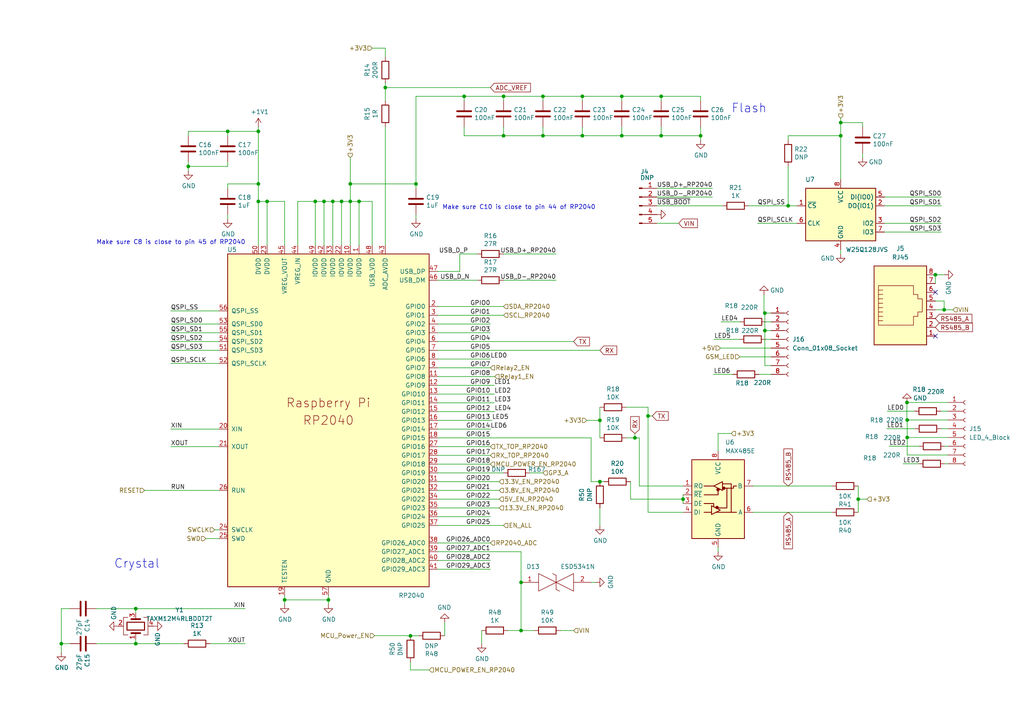
<source format=kicad_sch>
(kicad_sch (version 20230819) (generator eeschema)
  (paper "A4")
  (lib_symbols
    (symbol "Connector:Conn_01x05_Male" (pin_names (offset 1.016) hide)
      (property "Reference" "J" (at 0 7.62 0))
      (property "Value" "Conn_01x05_Male" (at 0 -7.62 0))
      (symbol "Conn_01x05_Male_1_1"
        (pin passive line (at 5.08 5.08 180) (length 3.81) (name "Pin_1") (number "1"))
        (pin passive line (at 5.08 2.54 180) (length 3.81) (name "Pin_2") (number "2"))
        (pin passive line (at 5.08 0 180) (length 3.81) (name "Pin_3") (number "3"))
        (pin passive line (at 5.08 -2.54 180) (length 3.81) (name "Pin_4") (number "4"))
        (pin passive line (at 5.08 -5.08 180) (length 3.81) (name "Pin_5") (number "5"))
      )
    )
    (symbol "Connector:Conn_01x08_Socket" (pin_names (offset 1.016) hide)
      (property "Reference" "J" (at 0 10.16 0))
      (property "Value" "Conn_01x08_Socket" (at 0 -12.7 0))
      (symbol "Conn_01x08_Socket_1_1"
        (pin passive line (at -5.08 7.62 0) (length 3.81) (name "Pin_1") (number "1"))
        (pin passive line (at -5.08 5.08 0) (length 3.81) (name "Pin_2") (number "2"))
        (pin passive line (at -5.08 2.54 0) (length 3.81) (name "Pin_3") (number "3"))
        (pin passive line (at -5.08 0 0) (length 3.81) (name "Pin_4") (number "4"))
        (pin passive line (at -5.08 -2.54 0) (length 3.81) (name "Pin_5") (number "5"))
        (pin passive line (at -5.08 -5.08 0) (length 3.81) (name "Pin_6") (number "6"))
        (pin passive line (at -5.08 -7.62 0) (length 3.81) (name "Pin_7") (number "7"))
        (pin passive line (at -5.08 -10.16 0) (length 3.81) (name "Pin_8") (number "8"))
      )
    )
    (symbol "Connector:RJ45" (pin_names (offset 1.016))
      (property "Reference" "J" (at -5.08 13.97 0))
      (property "Value" "RJ45" (at 2.54 13.97 0))
      (symbol "RJ45_1_1"
        (pin passive line (at 10.16 -7.62 180) (length 2.54) (name "~") (number "1"))
        (pin passive line (at 10.16 -5.08 180) (length 2.54) (name "~") (number "2"))
        (pin passive line (at 10.16 -2.54 180) (length 2.54) (name "~") (number "3"))
        (pin passive line (at 10.16 0 180) (length 2.54) (name "~") (number "4"))
        (pin passive line (at 10.16 2.54 180) (length 2.54) (name "~") (number "5"))
        (pin passive line (at 10.16 5.08 180) (length 2.54) (name "~") (number "6"))
        (pin passive line (at 10.16 7.62 180) (length 2.54) (name "~") (number "7"))
        (pin passive line (at 10.16 10.16 180) (length 2.54) (name "~") (number "8"))
      )
    )
    (symbol "Device:C" (pin_numbers hide) (pin_names (offset 0.254))
      (property "Reference" "C" (at 0.635 2.54 0))
      (property "Value" "C" (at 0.635 -2.54 0))
      (symbol "C_1_1"
        (pin passive line (at 0 3.81 270) (length 2.794) (name "~") (number "1"))
        (pin passive line (at 0 -3.81 90) (length 2.794) (name "~") (number "2"))
      )
    )
    (symbol "Device:Crystal_GND24" (pin_names (offset 1.016) hide)
      (property "Reference" "Y" (at 3.175 5.08 0))
      (property "Value" "Crystal_GND24" (at 3.175 3.175 0))
      (symbol "Crystal_GND24_1_1"
        (pin passive line (at -3.81 0 0) (length 1.27) (name "1") (number "1"))
        (pin passive line (at 0 5.08 270) (length 1.27) (name "2") (number "2"))
        (pin passive line (at 3.81 0 180) (length 1.27) (name "3") (number "3"))
        (pin passive line (at 0 -5.08 90) (length 1.27) (name "4") (number "4"))
      )
    )
    (symbol "Device:R" (pin_numbers hide) (pin_names (offset 0))
      (property "Reference" "R" (at 2.032 0 90))
      (property "Value" "R" (at 0 0 90))
      (symbol "R_1_1"
        (pin passive line (at 0 3.81 270) (length 1.27) (name "~") (number "1"))
        (pin passive line (at 0 -3.81 90) (length 1.27) (name "~") (number "2"))
      )
    )
    (symbol "Interface_UART:MAX485E"
      (property "Reference" "U" (at -6.096 11.43 0))
      (property "Value" "MAX485E" (at 0.762 11.43 0))
      (symbol "MAX485E_1_1"
        (pin output line (at -10.16 2.54 0) (length 2.54) (name "RO") (number "1"))
        (pin input line (at -10.16 0 0) (length 2.54) (name "~{RE}") (number "2"))
        (pin input line (at -10.16 -2.54 0) (length 2.54) (name "DE") (number "3"))
        (pin input line (at -10.16 -5.08 0) (length 2.54) (name "DI") (number "4"))
        (pin power_in line (at 0 -15.24 90) (length 2.54) (name "GND") (number "5"))
        (pin bidirectional line (at 10.16 -5.08 180) (length 2.54) (name "A") (number "6"))
        (pin bidirectional line (at 10.16 2.54 180) (length 2.54) (name "B") (number "7"))
        (pin power_in line (at 0 12.7 270) (length 2.54) (name "VCC") (number "8"))
      )
    )
    (symbol "MCU_RaspberryPi_RP2040:RP2040" (pin_names (offset 1.016))
      (property "Reference" "U" (at -29.21 49.53 0))
      (property "Value" "RP2040" (at 24.13 -49.53 0))
      (symbol "RP2040_0_0"
        (text "Raspberry Pi" (at 0 5.08 0) (effects (font (size 2.54 2.54))))
        (text "RP2040" (at 0 0 0) (effects (font (size 2.54 2.54))))
      )
      (symbol "RP2040_1_1"
        (pin power_in line (at 8.89 50.8 270) (length 2.54) (name "IOVDD") (number "1"))
        (pin power_in line (at 6.35 50.8 270) (length 2.54) (name "IOVDD") (number "10"))
        (pin bidirectional line (at 31.75 12.7 180) (length 2.54) (name "GPIO8") (number "11"))
        (pin bidirectional line (at 31.75 10.16 180) (length 2.54) (name "GPIO9") (number "12"))
        (pin bidirectional line (at 31.75 7.62 180) (length 2.54) (name "GPIO10") (number "13"))
        (pin bidirectional line (at 31.75 5.08 180) (length 2.54) (name "GPIO11") (number "14"))
        (pin bidirectional line (at 31.75 2.54 180) (length 2.54) (name "GPIO12") (number "15"))
        (pin bidirectional line (at 31.75 0 180) (length 2.54) (name "GPIO13") (number "16"))
        (pin bidirectional line (at 31.75 -2.54 180) (length 2.54) (name "GPIO14") (number "17"))
        (pin bidirectional line (at 31.75 -5.08 180) (length 2.54) (name "GPIO15") (number "18"))
        (pin passive line (at -12.7 -50.8 90) (length 2.54) (name "TESTEN") (number "19"))
        (pin bidirectional line (at 31.75 33.02 180) (length 2.54) (name "GPIO0") (number "2"))
        (pin input line (at -31.75 -2.54 0) (length 2.54) (name "XIN") (number "20"))
        (pin passive line (at -31.75 -7.62 0) (length 2.54) (name "XOUT") (number "21"))
        (pin power_in line (at 3.81 50.8 270) (length 2.54) (name "IOVDD") (number "22"))
        (pin power_in line (at -17.78 50.8 270) (length 2.54) (name "DVDD") (number "23"))
        (pin output line (at -31.75 -31.75 0) (length 2.54) (name "SWCLK") (number "24"))
        (pin bidirectional line (at -31.75 -34.29 0) (length 2.54) (name "SWD") (number "25"))
        (pin input line (at -31.75 -20.32 0) (length 2.54) (name "RUN") (number "26"))
        (pin bidirectional line (at 31.75 -7.62 180) (length 2.54) (name "GPIO16") (number "27"))
        (pin bidirectional line (at 31.75 -10.16 180) (length 2.54) (name "GPIO17") (number "28"))
        (pin bidirectional line (at 31.75 -12.7 180) (length 2.54) (name "GPIO18") (number "29"))
        (pin bidirectional line (at 31.75 30.48 180) (length 2.54) (name "GPIO1") (number "3"))
        (pin bidirectional line (at 31.75 -15.24 180) (length 2.54) (name "GPIO19") (number "30"))
        (pin bidirectional line (at 31.75 -17.78 180) (length 2.54) (name "GPIO20") (number "31"))
        (pin bidirectional line (at 31.75 -20.32 180) (length 2.54) (name "GPIO21") (number "32"))
        (pin power_in line (at 1.27 50.8 270) (length 2.54) (name "IOVDD") (number "33"))
        (pin bidirectional line (at 31.75 -22.86 180) (length 2.54) (name "GPIO22") (number "34"))
        (pin bidirectional line (at 31.75 -25.4 180) (length 2.54) (name "GPIO23") (number "35"))
        (pin bidirectional line (at 31.75 -27.94 180) (length 2.54) (name "GPIO24") (number "36"))
        (pin bidirectional line (at 31.75 -30.48 180) (length 2.54) (name "GPIO25") (number "37"))
        (pin bidirectional line (at 31.75 -35.56 180) (length 2.54) (name "GPIO26_ADC0") (number "38"))
        (pin bidirectional line (at 31.75 -38.1 180) (length 2.54) (name "GPIO27_ADC1") (number "39"))
        (pin bidirectional line (at 31.75 27.94 180) (length 2.54) (name "GPIO2") (number "4"))
        (pin bidirectional line (at 31.75 -40.64 180) (length 2.54) (name "GPIO28_ADC2") (number "40"))
        (pin bidirectional line (at 31.75 -43.18 180) (length 2.54) (name "GPIO29_ADC3") (number "41"))
        (pin power_in line (at -1.27 50.8 270) (length 2.54) (name "IOVDD") (number "42"))
        (pin power_in line (at 16.51 50.8 270) (length 2.54) (name "ADC_AVDD") (number "43"))
        (pin power_in line (at -8.89 50.8 270) (length 2.54) (name "VREG_IN") (number "44"))
        (pin power_out line (at -12.7 50.8 270) (length 2.54) (name "VREG_VOUT") (number "45"))
        (pin bidirectional line (at 31.75 40.64 180) (length 2.54) (name "USB_DM") (number "46"))
        (pin bidirectional line (at 31.75 43.18 180) (length 2.54) (name "USB_DP") (number "47"))
        (pin power_in line (at 12.7 50.8 270) (length 2.54) (name "USB_VDD") (number "48"))
        (pin power_in line (at -3.81 50.8 270) (length 2.54) (name "IOVDD") (number "49"))
        (pin bidirectional line (at 31.75 25.4 180) (length 2.54) (name "GPIO3") (number "5"))
        (pin power_in line (at -20.32 50.8 270) (length 2.54) (name "DVDD") (number "50"))
        (pin bidirectional line (at -31.75 20.32 0) (length 2.54) (name "QSPI_SD3") (number "51"))
        (pin output line (at -31.75 16.51 0) (length 2.54) (name "QSPI_SCLK") (number "52"))
        (pin bidirectional line (at -31.75 27.94 0) (length 2.54) (name "QSPI_SD0") (number "53"))
        (pin bidirectional line (at -31.75 22.86 0) (length 2.54) (name "QSPI_SD2") (number "54"))
        (pin bidirectional line (at -31.75 25.4 0) (length 2.54) (name "QSPI_SD1") (number "55"))
        (pin bidirectional line (at -31.75 31.75 0) (length 2.54) (name "QSPI_SS") (number "56"))
        (pin power_in line (at 0 -50.8 90) (length 2.54) (name "GND") (number "57"))
        (pin bidirectional line (at 31.75 22.86 180) (length 2.54) (name "GPIO4") (number "6"))
        (pin bidirectional line (at 31.75 20.32 180) (length 2.54) (name "GPIO5") (number "7"))
        (pin bidirectional line (at 31.75 17.78 180) (length 2.54) (name "GPIO6") (number "8"))
        (pin bidirectional line (at 31.75 15.24 180) (length 2.54) (name "GPIO7") (number "9"))
      )
    )
    (symbol "Memory_Flash:W25Q128JVS"
      (property "Reference" "U" (at -8.89 8.89 0))
      (property "Value" "W25Q128JVS" (at 7.62 8.89 0))
      (symbol "W25Q128JVS_1_1"
        (pin input line (at -12.7 2.54 0) (length 2.54) (name "~{CS}") (number "1"))
        (pin bidirectional line (at 12.7 2.54 180) (length 2.54) (name "DO(IO1)") (number "2"))
        (pin bidirectional line (at 12.7 -2.54 180) (length 2.54) (name "IO2") (number "3"))
        (pin power_in line (at 0 -10.16 90) (length 2.54) (name "GND") (number "4"))
        (pin bidirectional line (at 12.7 5.08 180) (length 2.54) (name "DI(IO0)") (number "5"))
        (pin input line (at -12.7 -2.54 0) (length 2.54) (name "CLK") (number "6"))
        (pin bidirectional line (at 12.7 -5.08 180) (length 2.54) (name "IO3") (number "7"))
        (pin power_in line (at 0 10.16 270) (length 2.54) (name "VCC") (number "8"))
      )
    )
    (symbol "SP0402B-ULC-01ETG:SP0402B-ULC-01ETG" (pin_names (offset 0.762))
      (property "Reference" "D" (at 12.7 8.89 0))
      (property "Value" "SP0402B-ULC-01ETG" (at 12.7 6.35 0))
      (symbol "SP0402B-ULC-01ETG_0_0"
        (pin passive line (at 0 0 0) (length 5.08) (name "~") (number "1"))
        (pin passive line (at 20.32 0 180) (length 5.08) (name "~") (number "2"))
      )
    )
    (symbol "power:+1V1" (power) (pin_names (offset 0))
      (property "Value" "+1V1" (at 0 3.556 0))
      (symbol "+1V1_1_1"
        (pin power_in line (at 0 0 90) (length 0) hide (name "+1V1") (number "1"))
      )
    )
    (symbol "power:GND" (power) (pin_names (offset 0))
      (property "Value" "GND" (at 0 -3.81 0))
      (symbol "GND_1_1"
        (pin power_in line (at 0 0 270) (length 0) hide (name "GND") (number "1"))
      )
    )
  )
  (junction (at 111.76 25.4))
  (junction (at 54.61 48.26))
  (junction (at 221.8396 90.8043))
  (junction (at 271.3007 79.6916))
  (junction (at 39.37 186.69))
  (junction (at 151.13 182.88))
  (junction (at 180.34 27.94))
  (junction (at 101.6 58.42))
  (junction (at 263.1254 126.8876))
  (junction (at 273.8407 89.8516))
  (junction (at 95.25 173.99))
  (junction (at 74.93 58.42))
  (junction (at 180.34 39.37))
  (junction (at 221.8396 95.8843))
  (junction (at 263.1254 121.8163))
  (junction (at 17.78 186.69))
  (junction (at 173.99 139.7))
  (junction (at 263.0568 116.7363))
  (junction (at 104.14 58.42))
  (junction (at 187.96 120.65))
  (junction (at 248.92 144.78))
  (junction (at 39.37 176.53))
  (junction (at 93.98 58.42))
  (junction (at 151.13 168.91))
  (junction (at 96.52 58.42))
  (junction (at 82.55 173.99))
  (junction (at 74.93 38.1))
  (junction (at 91.44 58.42))
  (junction (at 168.91 39.37))
  (junction (at 101.6 53.34))
  (junction (at 198.12 144.78))
  (junction (at 134.62 27.94))
  (junction (at 157.48 27.94))
  (junction (at 228.6 59.69))
  (junction (at 66.04 38.1))
  (junction (at 74.93 53.34))
  (junction (at 99.06 58.42))
  (junction (at 191.77 39.37))
  (junction (at 173.99 121.92))
  (junction (at 120.65 53.34))
  (junction (at 191.77 27.94))
  (junction (at 168.91 27.94))
  (junction (at 77.47 58.42))
  (junction (at 119.0481 184.4174))
  (junction (at 146.05 27.94))
  (junction (at 157.48 39.37))
  (junction (at 184.15 127))
  (junction (at 243.84 39.37))
  (junction (at 243.84 35.56))
  (junction (at 203.2 39.37))
  (junction (at 146.05 39.37))
  (no_connect (at 271.3007 97.4716))
  (no_connect (at 271.3007 84.7716))
  (wire (pts (xy 111.76 36.83) (xy 111.76 71.12)))
  (wire (pts (xy 49.53 124.46) (xy 63.5 124.46)))
  (wire (pts (xy 59.69 156.21) (xy 63.5 156.21)))
  (wire (pts (xy 191.77 39.37) (xy 203.2 39.37)))
  (wire (pts (xy 66.04 53.34) (xy 74.93 53.34)))
  (wire (pts (xy 127 160.02) (xy 151.13 160.02)))
  (wire (pts (xy 191.77 27.94) (xy 203.2 27.94)))
  (wire (pts (xy 143.1694 119.3787) (xy 143.1694 119.38)))
  (wire (pts (xy 101.6 58.42) (xy 104.14 58.42)))
  (wire (pts (xy 180.34 27.94) (xy 191.77 27.94)))
  (wire (pts (xy 142.24 114.3018) (xy 142.24 114.3)))
  (wire (pts (xy 143.4165 119.3774) (xy 143.4234 119.3787)))
  (wire (pts (xy 221.8396 90.8043) (xy 221.8396 95.8843)))
  (wire (pts (xy 142.24 109.2128) (xy 142.24 109.22)))
  (wire (pts (xy 82.55 173.99) (xy 95.25 173.99)))
  (wire (pts (xy 142.24 116.8403) (xy 142.24 116.84)))
  (wire (pts (xy 143.3631 116.8403) (xy 142.24 116.8403)))
  (wire (pts (xy 180.34 39.37) (xy 168.91 39.37)))
  (wire (pts (xy 127 149.86) (xy 142.24 149.86)))
  (wire (pts (xy 39.37 186.69) (xy 53.34 186.69)))
  (wire (pts (xy 142.6874 121.92) (xy 127 121.92)))
  (wire (pts (xy 191.77 29.21) (xy 191.77 27.94)))
  (wire (pts (xy 86.36 58.42) (xy 91.44 58.42)))
  (wire (pts (xy 108.6275 184.3647) (xy 118.11 184.3647)))
  (wire (pts (xy 146.05 27.94) (xy 157.48 27.94)))
  (wire (pts (xy 207.0067 108.5843) (xy 212.5516 108.5843)))
  (wire (pts (xy 54.61 46.99) (xy 54.61 48.26)))
  (wire (pts (xy 228.6 48.26) (xy 228.6 59.69)))
  (wire (pts (xy 127 142.24) (xy 144.78 142.24)))
  (wire (pts (xy 127 104.14) (xy 142.24 104.14)))
  (wire (pts (xy 95.25 173.99) (xy 95.25 175.26)))
  (wire (pts (xy 111.76 13.97) (xy 107.95 13.97)))
  (wire (pts (xy 271.3007 79.6916) (xy 271.3007 82.2316)))
  (wire (pts (xy 184.15 125.73) (xy 184.15 127)))
  (wire (pts (xy 272.8769 119.2612) (xy 274.3404 119.2612)))
  (wire (pts (xy 185.42 140.97) (xy 185.42 127)))
  (wire (pts (xy 127 106.68) (xy 142.24 106.68)))
  (wire (pts (xy 27.94 176.53) (xy 39.37 176.53)))
  (wire (pts (xy 120.65 27.94) (xy 120.65 53.34)))
  (wire (pts (xy 143.3159 111.7647) (xy 142.24 111.7647)))
  (wire (pts (xy 101.6 53.34) (xy 101.6 58.42)))
  (wire (pts (xy 153.67 137.16) (xy 157.48 137.16)))
  (wire (pts (xy 208.9282 100.9521) (xy 208.9282 100.9643)))
  (wire (pts (xy 274.9191 116.7276) (xy 265.8174 116.7276)))
  (wire (pts (xy 60.96 186.69) (xy 71.12 186.69)))
  (wire (pts (xy 274.137 129.4276) (xy 274.9191 129.4276)))
  (wire (pts (xy 127 96.52) (xy 142.24 96.52)))
  (wire (pts (xy 207.1393 98.4253) (xy 207.1393 98.4243)))
  (wire (pts (xy 93.98 58.42) (xy 96.52 58.42)))
  (wire (pts (xy 223.6347 95.8843) (xy 221.8396 95.8843)))
  (wire (pts (xy 212.09 125.73) (xy 208.28 125.73)))
  (wire (pts (xy 157.48 27.94) (xy 168.91 27.94)))
  (wire (pts (xy 248.92 144.78) (xy 248.92 148.59)))
  (wire (pts (xy 66.04 54.61) (xy 66.04 53.34)))
  (wire (pts (xy 74.93 53.34) (xy 74.93 58.42)))
  (wire (pts (xy 20.32 176.53) (xy 17.78 176.53)))
  (wire (pts (xy 273.8407 89.8516) (xy 271.3007 89.8516)))
  (wire (pts (xy 203.2 36.83) (xy 203.2 39.37)))
  (wire (pts (xy 99.06 71.12) (xy 99.06 58.42)))
  (wire (pts (xy 142.24 124.4539) (xy 142.24 124.46)))
  (wire (pts (xy 127 144.78) (xy 144.78 144.78)))
  (wire (pts (xy 263.0381 116.7363) (xy 263.0381 121.8163)))
  (wire (pts (xy 127 127) (xy 171.45 127)))
  (wire (pts (xy 180.34 29.21) (xy 180.34 27.94)))
  (wire (pts (xy 171.45 139.7) (xy 173.99 139.7)))
  (wire (pts (xy 146.05 39.37) (xy 134.62 39.37)))
  (wire (pts (xy 221.8396 95.8843) (xy 221.8396 106.0443)))
  (wire (pts (xy 118.11 184.3647) (xy 118.11 184.4174)))
  (wire (pts (xy 111.76 16.51) (xy 111.76 13.97)))
  (wire (pts (xy 221.8396 106.0443) (xy 223.6347 106.0443)))
  (wire (pts (xy 143.1694 119.38) (xy 127 119.38)))
  (wire (pts (xy 63.5 90.17) (xy 49.53 90.17)))
  (wire (pts (xy 274.9191 131.9676) (xy 263.1254 131.9676)))
  (wire (pts (xy 111.76 25.4) (xy 142.24 25.4)))
  (wire (pts (xy 207.0067 108.5876) (xy 207.0067 108.5843)))
  (wire (pts (xy 111.76 25.4) (xy 111.76 24.13)))
  (wire (pts (xy 198.12 144.78) (xy 198.12 146.05)))
  (wire (pts (xy 273.8407 89.8516) (xy 276.3807 89.8516)))
  (wire (pts (xy 222.2145 93.3443) (xy 223.6347 93.3443)))
  (wire (pts (xy 208.28 158.75) (xy 208.28 160.02)))
  (wire (pts (xy 209.4507 93.3443) (xy 214.5945 93.3443)))
  (wire (pts (xy 66.04 39.37) (xy 66.04 38.1)))
  (wire (pts (xy 77.47 58.42) (xy 74.93 58.42)))
  (wire (pts (xy 146.05 36.83) (xy 146.05 39.37)))
  (wire (pts (xy 49.53 96.52) (xy 63.5 96.52)))
  (wire (pts (xy 256.54 67.31) (xy 273.05 67.31)))
  (wire (pts (xy 203.2 39.37) (xy 203.2 40.64)))
  (wire (pts (xy 134.62 27.94) (xy 146.05 27.94)))
  (wire (pts (xy 127 81.28) (xy 138.43 81.28)))
  (wire (pts (xy 74.93 58.42) (xy 74.93 71.12)))
  (wire (pts (xy 274.3404 119.2676) (xy 274.9191 119.2676)))
  (wire (pts (xy 127 114.3) (xy 142.24 114.3)))
  (wire (pts (xy 127 162.56) (xy 142.24 162.56)))
  (wire (pts (xy 127 147.32) (xy 144.78 147.32)))
  (wire (pts (xy 180.34 36.83) (xy 180.34 39.37)))
  (wire (pts (xy 107.95 71.12) (xy 107.95 58.42)))
  (wire (pts (xy 134.62 27.94) (xy 120.65 27.94)))
  (wire (pts (xy 168.91 29.21) (xy 168.91 27.94)))
  (wire (pts (xy 146.05 73.66) (xy 161.29 73.66)))
  (wire (pts (xy 203.2 29.21) (xy 203.2 27.94)))
  (wire (pts (xy 221.586 85.4822) (xy 221.586 90.8043)))
  (wire (pts (xy 120.65 62.23) (xy 120.65 63.5)))
  (wire (pts (xy 101.6 53.34) (xy 101.6 45.72)))
  (wire (pts (xy 49.53 101.6) (xy 63.5 101.6)))
  (wire (pts (xy 218.44 140.97) (xy 241.3 140.97)))
  (wire (pts (xy 120.2138 184.4174) (xy 120.2138 184.3979)))
  (wire (pts (xy 184.15 127) (xy 181.61 127)))
  (wire (pts (xy 77.47 71.12) (xy 77.47 58.42)))
  (wire (pts (xy 209.55 59.69) (xy 190.5 59.69)))
  (wire (pts (xy 20.32 186.69) (xy 17.78 186.69)))
  (wire (pts (xy 120.2138 184.3979) (xy 121.3665 184.3979)))
  (wire (pts (xy 127 99.06) (xy 166.37 99.06)))
  (wire (pts (xy 49.53 99.06) (xy 63.5 99.06)))
  (wire (pts (xy 127 91.44) (xy 146.05 91.44)))
  (wire (pts (xy 166.37 182.88) (xy 162.56 182.88)))
  (wire (pts (xy 127 88.9) (xy 146.05 88.9)))
  (wire (pts (xy 82.55 71.12) (xy 82.55 58.42)))
  (wire (pts (xy 208.9282 100.9643) (xy 223.6347 100.9643)))
  (wire (pts (xy 101.6 53.34) (xy 120.65 53.34)))
  (wire (pts (xy 191.77 36.83) (xy 191.77 39.37)))
  (wire (pts (xy 223.6347 90.8043) (xy 221.8396 90.8043)))
  (wire (pts (xy 228.6 39.37) (xy 243.84 39.37)))
  (wire (pts (xy 187.96 120.65) (xy 189.23 120.65)))
  (wire (pts (xy 173.99 121.92) (xy 173.99 127)))
  (wire (pts (xy 265.8174 116.7363) (xy 263.0568 116.7363)))
  (wire (pts (xy 147.32 182.88) (xy 151.13 182.88)))
  (wire (pts (xy 214.5582 103.477) (xy 214.5582 103.5043)))
  (wire (pts (xy 104.14 58.42) (xy 104.14 71.12)))
  (wire (pts (xy 217.17 59.69) (xy 228.6 59.69)))
  (wire (pts (xy 263.1254 121.8163) (xy 263.1254 126.8876)))
  (wire (pts (xy 63.5 129.54) (xy 49.53 129.54)))
  (wire (pts (xy 257.3361 119.2612) (xy 265.2569 119.2612)))
  (wire (pts (xy 104.14 58.42) (xy 107.95 58.42)))
  (wire (pts (xy 190.5 54.61) (xy 206.6838 54.61)))
  (wire (pts (xy 111.76 25.4) (xy 111.76 29.21)))
  (wire (pts (xy 263.0568 116.7363) (xy 263.0381 116.7363)))
  (wire (pts (xy 86.36 71.12) (xy 86.36 58.42)))
  (wire (pts (xy 74.93 36.83) (xy 74.93 38.1)))
  (wire (pts (xy 142.24 111.7647) (xy 142.24 111.76)))
  (wire (pts (xy 198.12 140.97) (xy 185.42 140.97)))
  (wire (pts (xy 243.84 39.37) (xy 243.84 52.07)))
  (wire (pts (xy 172.72 168.91) (xy 171.45 168.91)))
  (wire (pts (xy 127 116.84) (xy 142.24 116.84)))
  (wire (pts (xy 54.61 48.26) (xy 54.61 49.53)))
  (wire (pts (xy 187.96 120.65) (xy 187.96 118.11)))
  (wire (pts (xy 74.93 38.1) (xy 74.93 53.34)))
  (wire (pts (xy 187.96 118.11) (xy 181.61 118.11)))
  (wire (pts (xy 272.9551 124.3476) (xy 274.9191 124.3476)))
  (wire (pts (xy 198.12 148.59) (xy 187.96 148.59)))
  (wire (pts (xy 151.13 168.91) (xy 151.13 182.88)))
  (wire (pts (xy 170.18 121.92) (xy 173.99 121.92)))
  (wire (pts (xy 273.8407 87.3116) (xy 271.3007 87.3116)))
  (wire (pts (xy 173.99 139.7) (xy 175.26 139.7)))
  (wire (pts (xy 127 139.7) (xy 144.78 139.7)))
  (wire (pts (xy 133.35 73.66) (xy 138.43 73.66)))
  (wire (pts (xy 82.55 172.72) (xy 82.55 173.99)))
  (wire (pts (xy 221.586 90.8043) (xy 221.8396 90.8043)))
  (wire (pts (xy 82.55 173.99) (xy 82.55 175.26)))
  (wire (pts (xy 17.78 186.69) (xy 17.78 189.23)))
  (wire (pts (xy 182.88 144.78) (xy 182.88 139.7)))
  (wire (pts (xy 127 132.08) (xy 142.24 132.08)))
  (wire (pts (xy 127 157.48) (xy 142.24 157.48)))
  (wire (pts (xy 187.96 148.59) (xy 187.96 120.65)))
  (wire (pts (xy 134.62 36.83) (xy 134.62 39.37)))
  (wire (pts (xy 143.3693 114.3018) (xy 142.24 114.3018)))
  (wire (pts (xy 146.05 29.21) (xy 146.05 27.94)))
  (wire (pts (xy 139.7 186.69) (xy 139.7 182.88)))
  (wire (pts (xy 63.5 105.41) (xy 49.53 105.41)))
  (wire (pts (xy 27.94 186.69) (xy 39.37 186.69)))
  (wire (pts (xy 95.25 172.72) (xy 95.25 173.99)))
  (wire (pts (xy 17.78 176.53) (xy 17.78 186.69)))
  (wire (pts (xy 191.77 39.37) (xy 180.34 39.37)))
  (wire (pts (xy 99.06 58.42) (xy 101.6 58.42)))
  (wire (pts (xy 185.42 127) (xy 184.15 127)))
  (wire (pts (xy 66.04 38.1) (xy 74.93 38.1)))
  (wire (pts (xy 198.12 144.78) (xy 182.88 144.78)))
  (wire (pts (xy 228.6 40.64) (xy 228.6 39.37)))
  (wire (pts (xy 256.54 59.69) (xy 273.05 59.69)))
  (wire (pts (xy 127 152.4) (xy 146.05 152.4)))
  (wire (pts (xy 96.52 71.12) (xy 96.52 58.42)))
  (wire (pts (xy 250.19 44.45) (xy 250.19 45.72)))
  (wire (pts (xy 133.35 73.66) (xy 133.35 78.74)))
  (wire (pts (xy 256.54 57.15) (xy 273.05 57.15)))
  (wire (pts (xy 248.92 140.97) (xy 248.92 144.78)))
  (wire (pts (xy 261.92 134.5076) (xy 266.4376 134.5076)))
  (wire (pts (xy 41.91 142.24) (xy 63.5 142.24)))
  (wire (pts (xy 173.99 152.4) (xy 173.99 147.32)))
  (wire (pts (xy 263.1254 126.8876) (xy 263.1254 131.9676)))
  (wire (pts (xy 128.9865 180.5879) (xy 128.9865 184.3979)))
  (wire (pts (xy 273.8407 89.8516) (xy 273.8407 87.3116)))
  (wire (pts (xy 127 93.98) (xy 142.24 93.98)))
  (wire (pts (xy 134.62 29.21) (xy 134.62 27.94)))
  (wire (pts (xy 49.53 93.98) (xy 63.5 93.98)))
  (wire (pts (xy 274.0576 134.5076) (xy 274.9191 134.5076)))
  (wire (pts (xy 273.8407 79.6916) (xy 271.3007 79.6916)))
  (wire (pts (xy 257.238 124.3476) (xy 265.3351 124.3476)))
  (wire (pts (xy 127 109.22) (xy 142.24 109.22)))
  (wire (pts (xy 157.48 39.37) (xy 146.05 39.37)))
  (wire (pts (xy 118.11 184.4174) (xy 119.0481 184.4174)))
  (wire (pts (xy 257.9018 129.4276) (xy 266.517 129.4276)))
  (wire (pts (xy 54.61 38.1) (xy 66.04 38.1)))
  (wire (pts (xy 157.48 36.83) (xy 157.48 39.37)))
  (wire (pts (xy 127 129.54) (xy 142.24 129.54)))
  (wire (pts (xy 119.0481 184.4174) (xy 120.2138 184.4174)))
  (wire (pts (xy 54.61 48.26) (xy 66.04 48.26)))
  (wire (pts (xy 127 111.76) (xy 142.24 111.76)))
  (wire (pts (xy 91.44 71.12) (xy 91.44 58.42)))
  (wire (pts (xy 93.98 71.12) (xy 93.98 58.42)))
  (wire (pts (xy 62.23 153.67) (xy 63.5 153.67)))
  (wire (pts (xy 243.84 35.56) (xy 243.84 39.37)))
  (wire (pts (xy 127 134.62) (xy 142.24 134.62)))
  (wire (pts (xy 82.55 58.42) (xy 77.47 58.42)))
  (wire (pts (xy 173.99 118.11) (xy 173.99 121.92)))
  (wire (pts (xy 127 78.74) (xy 133.35 78.74)))
  (wire (pts (xy 171.45 139.7) (xy 171.45 127)))
  (wire (pts (xy 143.4918 109.2128) (xy 142.24 109.2128)))
  (wire (pts (xy 274.9191 126.8876) (xy 263.1254 126.8876)))
  (wire (pts (xy 168.91 39.37) (xy 157.48 39.37)))
  (wire (pts (xy 66.04 48.26) (xy 66.04 46.99)))
  (wire (pts (xy 222.0746 98.4243) (xy 223.6347 98.4243)))
  (wire (pts (xy 243.84 34.29) (xy 243.84 35.56)))
  (wire (pts (xy 219.71 64.77) (xy 231.14 64.77)))
  (wire (pts (xy 127 124.46) (xy 142.24 124.46)))
  (wire (pts (xy 228.6 59.69) (xy 231.14 59.69)))
  (wire (pts (xy 243.84 72.39) (xy 243.84 73.66)))
  (wire (pts (xy 250.19 36.83) (xy 250.19 35.56)))
  (wire (pts (xy 274.3404 119.2612) (xy 274.3404 119.2676)))
  (wire (pts (xy 196.85 64.77) (xy 190.5 64.77)))
  (wire (pts (xy 151.13 182.88) (xy 154.94 182.88)))
  (wire (pts (xy 207.1393 98.4243) (xy 214.4546 98.4243)))
  (wire (pts (xy 66.04 62.23) (xy 66.04 63.5)))
  (wire (pts (xy 263.0381 121.8163) (xy 263.1254 121.8163)))
  (wire (pts (xy 263.1254 121.8076) (xy 263.1254 121.8163)))
  (wire (pts (xy 220.1716 108.5843) (xy 223.6347 108.5843)))
  (wire (pts (xy 265.8174 116.7276) (xy 265.8174 116.7363)))
  (wire (pts (xy 218.44 148.59) (xy 241.3 148.59)))
  (wire (pts (xy 39.37 177.8) (xy 39.37 176.53)))
  (wire (pts (xy 101.6 71.12) (xy 101.6 58.42)))
  (wire (pts (xy 39.37 176.53) (xy 71.12 176.53)))
  (wire (pts (xy 263.1254 121.8076) (xy 274.9191 121.8076)))
  (wire (pts (xy 39.37 185.42) (xy 39.37 186.69)))
  (wire (pts (xy 143.1694 119.3787) (xy 143.4165 119.3774)))
  (wire (pts (xy 214.5582 103.5043) (xy 223.6347 103.5043)))
  (wire (pts (xy 256.54 64.77) (xy 273.05 64.77)))
  (wire (pts (xy 198.12 143.51) (xy 198.12 144.78)))
  (wire (pts (xy 146.05 81.28) (xy 161.29 81.28)))
  (wire (pts (xy 120.65 54.61) (xy 120.65 53.34)))
  (wire (pts (xy 251.46 144.78) (xy 248.92 144.78)))
  (wire (pts (xy 127 165.1) (xy 142.24 165.1)))
  (wire (pts (xy 168.91 27.94) (xy 180.34 27.94)))
  (wire (pts (xy 209.4507 93.3472) (xy 209.4507 93.3443)))
  (wire (pts (xy 91.44 58.42) (xy 93.98 58.42)))
  (wire (pts (xy 127 101.6) (xy 173.99 101.6)))
  (wire (pts (xy 96.52 58.42) (xy 99.06 58.42)))
  (wire (pts (xy 250.19 35.56) (xy 243.84 35.56)))
  (wire (pts (xy 157.48 29.21) (xy 157.48 27.94)))
  (wire (pts (xy 190.5 57.15) (xy 206.6613 57.15)))
  (wire (pts (xy 168.91 36.83) (xy 168.91 39.37)))
  (wire (pts (xy 54.61 39.37) (xy 54.61 38.1)))
  (wire (pts (xy 119.0481 194.31) (xy 119.0481 192.0374)))
  (wire (pts (xy 208.28 125.73) (xy 208.28 130.81)))
  (wire (pts (xy 209.1967 93.3472) (xy 209.4507 93.3472)))
  (wire (pts (xy 151.13 160.02) (xy 151.13 168.91)))
  (wire (pts (xy 127 137.16) (xy 146.05 137.16)))
  (wire (pts (xy 124.46 194.31) (xy 119.0481 194.31)))
  (text "Make sure C8 is close to pin 45 of RP2040" (at 27.94 71.12 0) (effects (font (size 1.27 1.27)) (justify left bottom)))
  (text "Make sure C10 is close to pin 44 of RP2040" (at 128.27 60.96 0) (effects (font (size 1.27 1.27)) (justify left bottom)))
  (text "Flash" (at 212.09 33.02 0) (effects (font (size 2.54 2.54)) (justify left bottom)))
  (text "Crystal" (at 33.02 165.1 0) (effects (font (size 2.54 2.54)) (justify left bottom)))
  (label "LED3" (at 261.92 134.5076 0))
  (label "USB_D_P" (at 135.7763 73.66 180))
  (label "GPIO22" (at 142.24 144.78 180))
  (label "GPIO17" (at 142.24 132.08 180))
  (label "GPIO9" (at 142.24 111.7647 180))
  (label "XIN" (at 71.12 176.53 180))
  (label "LED3" (at 143.3631 116.8403 0))
  (label "USB_D+_RP2040" (at 161.29 73.66 180))
  (label "GPIO5" (at 142.24 101.6 180))
  (label "GPIO15" (at 142.24 127 180))
  (label "LED4" (at 143.4234 119.3787 0))
  (label "QSPI_SD0" (at 49.53 93.98 0))
  (label "GPIO18" (at 142.24 134.62 180))
  (label "LED2" (at 143.3693 114.3018 0))
  (label "GPIO26_ADC0" (at 142.24 157.48 180))
  (label "GPIO24" (at 142.24 149.86 180))
  (label "QSPI_SD2" (at 49.53 99.06 0))
  (label "GPIO27_ADC1" (at 142.24 160.02 180))
  (label "QSPI_SCLK" (at 219.71 64.77 0))
  (label "LED6" (at 142.24 124.46 0))
  (label "GPIO7" (at 142.24 106.68 180))
  (label "GPIO14" (at 142.24 124.4539 180))
  (label "GPIO3" (at 142.24 96.52 180))
  (label "LED0" (at 142.24 104.14 0))
  (label "GPIO0" (at 142.24 88.9 180))
  (label "LED1" (at 257.238 124.3476 0))
  (label "QSPI_SD3" (at 273.05 67.31 180))
  (label "GPIO11" (at 142.24 116.8403 180))
  (label "LED6" (at 207.0067 108.5876 0))
  (label "QSPI_SD0" (at 273.05 57.15 180))
  (label "USB_D-_RP2040" (at 206.6613 57.15 180))
  (label "GPIO4" (at 142.24 99.06 180))
  (label "LED5" (at 142.6874 121.92 0))
  (label "GPIO20" (at 142.24 139.7 180))
  (label "~{USB_BOOT}" (at 190.5 59.69 0))
  (label "GPIO13" (at 142.24 121.92 180))
  (label "LED0" (at 257.3361 119.2612 0))
  (label "GPIO12" (at 142.24 119.38 180))
  (label "GPIO6" (at 142.24 104.14 180))
  (label "LED5" (at 207.1393 98.4253 0))
  (label "GPIO29_ADC3" (at 142.24 165.1 180))
  (label "GPIO1" (at 142.24 91.44 180))
  (label "GPIO28_ADC2" (at 142.24 162.56 180))
  (label "QSPI_SCLK" (at 49.53 105.41 0))
  (label "QSPI_SS" (at 49.53 90.17 0))
  (label "GPIO23" (at 142.24 147.32 180))
  (label "QSPI_SD3" (at 49.53 101.6 0))
  (label "USB_D+_RP2040" (at 206.6838 54.61 180))
  (label "LED2" (at 257.9018 129.4276 0))
  (label "LED1" (at 143.3159 111.7647 0))
  (label "RUN" (at 49.53 142.24 0))
  (label "USB_D_N" (at 136.2125 81.28 180))
  (label "GPIO19" (at 142.24 137.16 180))
  (label "GPIO10" (at 142.24 114.3 180))
  (label "QSPI_SD1" (at 273.05 59.69 180))
  (label "QSPI_SD2" (at 273.05 64.77 180))
  (label "GPIO16" (at 142.24 129.54 180))
  (label "XOUT" (at 49.53 129.54 0))
  (label "QSPI_SD1" (at 49.53 96.52 0))
  (label "GPIO8" (at 142.24 109.2128 180))
  (label "XOUT" (at 71.12 186.69 180))
  (label "GPIO25" (at 142.24 152.4 180))
  (label "QSPI_SS" (at 219.71 59.69 0))
  (label "XIN" (at 49.53 124.46 0))
  (label "LED4" (at 209.1967 93.3472 0))
  (label "GPIO21" (at 142.24 142.24 180))
  (label "GPIO2" (at 142.24 93.98 180))
  (label "USB_D-_RP2040" (at 161.29 81.28 180))
  (global_label "RS485_B" (shape input) (at 271.3007 94.9316 0) (property "Intersheetrefs" "${INTERSHEET_REFS}" (effects hide)))
  (global_label "ADC_VREF" (shape input) (at 142.24 25.4 0) (property "Intersheetrefs" "${INTERSHEET_REFS}" (effects hide)))
  (global_label "RS485_A" (shape input) (at 228.6 148.59 270) (property "Intersheetrefs" "${INTERSHEET_REFS}" (effects hide)))
  (global_label "RX" (shape input) (at 173.99 101.6 0) (property "Intersheetrefs" "${INTERSHEET_REFS}" (effects hide)))
  (global_label "RS485_B" (shape input) (at 228.6 140.97 90) (property "Intersheetrefs" "${INTERSHEET_REFS}" (effects hide)))
  (global_label "TX" (shape input) (at 189.23 120.65 0) (property "Intersheetrefs" "${INTERSHEET_REFS}" (effects hide)))
  (global_label "RX" (shape input) (at 184.15 125.73 90) (property "Intersheetrefs" "${INTERSHEET_REFS}" (effects hide)))
  (global_label "VIN" (shape input) (at 196.85 64.77 0) (property "Intersheetrefs" "${INTERSHEET_REFS}" (effects hide)))
  (global_label "TX" (shape input) (at 166.37 99.06 0) (property "Intersheetrefs" "${INTERSHEET_REFS}" (effects hide)))
  (global_label "RS485_A" (shape input) (at 271.3007 92.3916 0) (property "Intersheetrefs" "${INTERSHEET_REFS}" (effects hide)))
  (hierarchical_label "GP3_A" (shape input) (at 157.48 137.16 0))
  (hierarchical_label "EN_ALL" (shape input) (at 146.05 152.4 0))
  (hierarchical_label "+3V3" (shape input) (at 101.6 45.72 90))
  (hierarchical_label "+3V3" (shape input) (at 212.09 125.73 0))
  (hierarchical_label "MCU_Power_EN" (shape input) (at 108.6275 184.3647 180))
  (hierarchical_label "SCL_RP2040" (shape input) (at 146.05 91.44 0))
  (hierarchical_label "+3V3" (shape input) (at 107.95 13.97 180))
  (hierarchical_label "RP2040_ADC" (shape input) (at 142.24 157.48 0))
  (hierarchical_label "SDA_RP2040" (shape input) (at 146.05 88.9 0))
  (hierarchical_label "VIN" (shape input) (at 276.3807 89.8516 0))
  (hierarchical_label "SWCLK" (shape input) (at 62.23 153.67 180))
  (hierarchical_label "Relay2_EN" (shape input) (at 142.24 106.68 0))
  (hierarchical_label "VIN" (shape input) (at 166.37 182.88 0))
  (hierarchical_label "RX_TOP_RP2040" (shape input) (at 142.24 132.08 0))
  (hierarchical_label "5V_EN_RP2040" (shape input) (at 144.78 144.78 0))
  (hierarchical_label "+3V3" (shape input) (at 170.18 121.92 180))
  (hierarchical_label "13.3V_EN_RP2040" (shape input) (at 144.78 147.32 0))
  (hierarchical_label "MCU_POWER_EN_RP2040" (shape input) (at 142.24 134.62 0))
  (hierarchical_label "3.3V_EN_RP2040" (shape input) (at 144.78 139.7 0))
  (hierarchical_label "3.8V_EN_RP2040" (shape input) (at 144.78 142.24 0))
  (hierarchical_label "+3V3" (shape input) (at 251.46 144.78 0))
  (hierarchical_label "TX_TOP_RP2040" (shape input) (at 142.24 129.54 0))
  (hierarchical_label "SWD" (shape input) (at 59.69 156.21 180))
  (hierarchical_label "GSM_LED" (shape input) (at 214.5582 103.477 180))
  (hierarchical_label "+5V" (shape input) (at 208.9282 100.9521 180))
  (hierarchical_label "+3V3" (shape input) (at 243.84 34.29 90))
  (hierarchical_label "RESET" (shape input) (at 41.91 142.24 180))
  (hierarchical_label "Relay1_EN" (shape input) (at 143.4918 109.2128 0))
  (hierarchical_label "MCU_POWER_EN_RP2040" (shape input) (at 124.46 194.31 0))
  (symbol (lib_id "Device:R") (at 57.15 186.69 270) (unit 1)
    (property "Reference" "R13" (at 57.15 181.4322 90))
    (property "Value" "1K" (at 57.15 183.7436 90))
    (property "Footprint" "Resistor_SMD:R_0603_1608Metric" (effects hide))
  )
  (symbol (lib_id "Device:C") (at 24.13 186.69 270) (unit 1)
    (property "Reference" "C15" (at 25.2984 189.611 0) (effects (justify left)))
    (property "Value" "27pF" (at 22.987 189.611 0) (effects (justify left)))
    (property "Footprint" "Capacitor_SMD:C_0603_1608Metric" (effects hide))
  )
  (symbol (lib_id "Device:C") (at 24.13 176.53 270) (unit 1)
    (property "Reference" "C14" (at 25.2984 179.451 0) (effects (justify left)))
    (property "Value" "27pF" (at 22.987 179.451 0) (effects (justify left)))
    (property "Footprint" "Capacitor_SMD:C_0603_1608Metric" (effects hide))
  )
  (symbol (lib_id "Device:C") (at 191.77 33.02 0) (unit 1)
    (property "Reference" "C25" (at 194.691 31.8516 0) (effects (justify left)))
    (property "Value" "100nF" (at 194.691 34.163 0) (effects (justify left)))
    (property "Footprint" "Capacitor_SMD:C_0402_1005Metric" (effects hide))
  )
  (symbol (lib_id "Device:R") (at 269.1451 124.3476 90) (unit 1)
    (property "Reference" "R18" (at 254.2422 121.851 90))
    (property "Value" "220R" (at 259.5396 121.8334 90))
    (property "Footprint" "Resistor_SMD:R_0603_1608Metric" (effects hide))
  )
  (symbol (lib_id "Device:R") (at 270.2476 134.5076 90) (unit 1)
    (property "Reference" "R18" (at 252.2744 132.8663 90))
    (property "Value" "220R" (at 258.6591 132.0151 90))
    (property "Footprint" "Resistor_SMD:R_0603_1608Metric" (effects hide))
  )
  (symbol (lib_id "power:GND") (at 17.78 189.23 0) (unit 1)
    (property "Reference" "#PWR0135" (effects hide))
    (property "Value" "GND" (at 17.907 193.6242 0))
  )
  (symbol (lib_id "Device:R") (at 142.24 73.66 270) (unit 1)
    (property "Reference" "R16" (at 142.24 68.4022 90))
    (property "Value" "27R" (at 142.24 70.7136 90))
    (property "Footprint" "Resistor_SMD:R_0603_1608Metric" (effects hide))
  )
  (symbol (lib_id "SP0402B-ULC-01ETG:SP0402B-ULC-01ETG") (at 151.13 168.91 0) (unit 1)
    (property "Reference" "D13" (at 152.654 164.338 0) (effects (justify left)))
    (property "Value" "ESD5341N" (at 162.56 164.338 0) (effects (justify left)))
    (property "Footprint" "ESD5341N:ESD5341N" (effects hide))
    (property "Datasheet" "https://www.mouser.com/datasheet/2/240/Littelfuse_TVS_Diode_Array_Ultra_Low_Capacitance_D-1021420.pdf" (effects hide))
    (property "Description" "ESD Suppressors / TVS Diodes 5V .13pF 20kV" (effects hide))
    (property "Manufacturer_Name" "LITTELFUSE" (effects hide))
    (property "Manufacturer_Part_Number" "SP0402B-ULC-01ETG" (effects hide))
    (property "Mouser Part Number" "576-SP0402BULC-01ETG" (effects hide))
    (property "Mouser Price/Stock" "https://www.mouser.co.uk/ProductDetail/Littelfuse/SP0402B-ULC-01ETG?qs=lM4gFlnEeENx4cnTNlk34g%3D%3D" (effects hide))
    (property "Arrow Part Number" "SP0402B-ULC-01ETG" (effects hide))
    (property "Arrow Price/Stock" "https://www.arrow.com/en/products/sp0402b-ulc-01etg/littelfuse?region=nac" (effects hide))
    (instances (project "RP2040_minimal" (path "" (reference "D13") (unit 1)) (path "" (reference "D30") (unit 1))))
  )
  (symbol (lib_id "Device:R") (at 216.3616 108.5843 90) (unit 1)
    (property "Reference" "R18" (at 215.2391 111.1275 90))
    (property "Value" "220R" (at 221.1324 110.998 90))
    (property "Footprint" "Resistor_SMD:R_0603_1608Metric" (effects hide))
  )
  (symbol (lib_id "Device:C") (at 120.65 58.42 0) (unit 1)
    (property "Reference" "C19" (at 123.571 57.2516 0) (effects (justify left)))
    (property "Value" "1uF" (at 123.571 59.563 0) (effects (justify left)))
    (property "Footprint" "Capacitor_SMD:C_0603_1608Metric" (effects hide))
  )
  (symbol (lib_id "power:GND") (at 95.25 175.26 0) (unit 1)
    (property "Reference" "#PWR0131" (effects hide))
    (property "Value" "GND" (at 95.377 179.6542 0))
  )
  (symbol (lib_id "power:GND") (at 221.586 85.4822 180) (unit 1)
    (property "Reference" "#PWR0114" (effects hide))
    (property "Value" "GND" (at 225.396 84.2122 0))
  )
  (symbol (lib_id "Device:R") (at 218.2646 98.4243 90) (unit 1)
    (property "Reference" "R18" (at 212.4312 95.8593 90))
    (property "Value" "220R" (at 217.5236 95.9021 90))
    (property "Footprint" "Resistor_SMD:R_0603_1608Metric" (effects hide))
  )
  (symbol (lib_id "Device:R") (at 142.24 81.28 270) (unit 1)
    (property "Reference" "R17" (at 142.24 76.0222 90))
    (property "Value" "27R" (at 142.24 78.3336 90))
    (property "Footprint" "Resistor_SMD:R_0603_1608Metric" (effects hide))
  )
  (symbol (lib_id "Device:R") (at 173.99 143.51 0) (unit 1)
    (property "Reference" "R50" (at 168.7322 143.51 90))
    (property "Value" "DNP" (at 171.0436 143.51 90))
    (property "Footprint" "Resistor_SMD:R_0603_1608Metric" (effects hide))
  )
  (symbol (lib_id "power:GND") (at 139.7 186.69 0) (unit 1)
    (property "Reference" "#PWR0174" (effects hide))
    (property "Value" "GND" (at 139.827 191.0842 0))
  )
  (symbol (lib_id "power:GND") (at 54.61 49.53 0) (unit 1)
    (property "Reference" "#PWR0128" (effects hide))
    (property "Value" "GND" (at 54.737 53.9242 0))
  )
  (symbol (lib_id "Device:C") (at 180.34 33.02 0) (unit 1)
    (property "Reference" "C24" (at 183.261 31.8516 0) (effects (justify left)))
    (property "Value" "100nF" (at 183.261 34.163 0) (effects (justify left)))
    (property "Footprint" "Capacitor_SMD:C_0402_1005Metric" (effects hide))
  )
  (symbol (lib_id "Device:C") (at 134.62 33.02 0) (unit 1)
    (property "Reference" "C20" (at 137.541 31.8516 0) (effects (justify left)))
    (property "Value" "100nF" (at 137.541 34.163 0) (effects (justify left)))
    (property "Footprint" "Capacitor_SMD:C_0402_1005Metric" (effects hide))
  )
  (symbol (lib_id "Device:R") (at 177.8 127 270) (unit 1)
    (property "Reference" "R19" (at 177.8 121.7422 90))
    (property "Value" "10K" (at 177.8 124.0536 90))
    (property "Footprint" "Resistor_SMD:R_0603_1608Metric" (effects hide))
  )
  (symbol (lib_id "Memory_Flash:W25Q128JVS") (at 243.84 62.23 0) (unit 1)
    (property "Reference" "U7" (at 234.95 52.07 0))
    (property "Value" "W25Q128JVS" (at 251.46 72.39 0))
    (property "Footprint" "Package_SO:SOIC-8_5.23x5.23mm_P1.27mm" (effects hide))
    (property "Datasheet" "http://www.winbond.com/resource-files/w25q128jv_dtr%20revc%2003272018%20plus.pdf" (effects hide))
  )
  (symbol (lib_id "power:GND") (at 128.9865 180.5879 180) (unit 1)
    (property "Reference" "#PWR0174" (effects hide))
    (property "Value" "GND" (at 128.8595 176.1937 0))
  )
  (symbol (lib_id "power:GND") (at 173.99 152.4 0) (unit 1)
    (property "Reference" "#PWR0175" (effects hide))
    (property "Value" "GND" (at 174.117 156.7942 0))
  )
  (symbol (lib_id "Device:C") (at 146.05 33.02 0) (unit 1)
    (property "Reference" "C21" (at 148.971 31.8516 0) (effects (justify left)))
    (property "Value" "100nF" (at 148.971 34.163 0) (effects (justify left)))
    (property "Footprint" "Capacitor_SMD:C_0402_1005Metric" (effects hide))
  )
  (symbol (lib_id "Device:R") (at 143.51 182.88 270) (unit 1)
    (property "Reference" "R48" (at 143.51 177.6222 90))
    (property "Value" "1K" (at 143.51 179.9336 90))
    (property "Footprint" "Resistor_SMD:R_0603_1608Metric" (effects hide))
  )
  (symbol (lib_id "power:GND") (at 34.29 181.61 270) (unit 1)
    (property "Reference" "#PWR0133" (effects hide))
    (property "Value" "GND" (at 33.02 177.8 0))
  )
  (symbol (lib_id "Connector:Conn_01x05_Male") (at 185.42 59.69 0) (unit 1)
    (property "Reference" "J4" (at 186.944 49.784 0))
    (property "Value" "DNP" (at 187.706 51.562 0))
    (property "Footprint" "Connector_PinSocket_2.00mm:PinSocket_1x05_P2.00mm_Vertical" (effects hide))
  )
  (symbol (lib_id "Device:R") (at 228.6 44.45 0) (unit 1)
    (property "Reference" "R22" (at 230.378 43.2816 0) (effects (justify left)))
    (property "Value" "DNP" (at 230.378 45.593 0) (effects (justify left)))
    (property "Footprint" "Resistor_SMD:R_0603_1608Metric" (effects hide))
  )
  (symbol (lib_id "power:GND") (at 273.8407 79.6916 90) (unit 1)
    (property "Reference" "#PWR0114" (effects hide))
    (property "Value" "GND" (at 275.1107 83.5016 0))
  )
  (symbol (lib_id "Device:R") (at 158.75 182.88 270) (unit 1)
    (property "Reference" "R49" (at 158.75 177.6222 90))
    (property "Value" "10K" (at 158.75 179.9336 90))
    (property "Footprint" "Resistor_SMD:R_0603_1608Metric" (effects hide))
  )
  (symbol (lib_id "Device:R") (at 149.86 137.16 90) (unit 1)
    (property "Reference" "R167" (at 155.702 136.144 90))
    (property "Value" "DNP" (at 144.526 136.144 90))
    (property "Footprint" "Resistor_SMD:R_0603_1608Metric" (effects hide))
    (property "Description" "Resistor" (effects hide))
  )
  (symbol (lib_id "Connector:RJ45") (at 261.1407 89.8516 0) (unit 1)
    (property "Reference" "J5" (at 261.1407 72.0716 0))
    (property "Value" "RJ45" (at 261.1407 74.6116 0))
    (property "Footprint" "Connector_RJ:RJ45_Amphenol_54602-x08_Horizontal" (effects hide))
  )
  (symbol (lib_id "Device:R") (at 245.11 148.59 90) (unit 1)
    (property "Reference" "R40" (at 245.11 153.8478 90))
    (property "Value" "10K" (at 245.11 151.5364 90))
    (property "Footprint" "Resistor_SMD:R_0603_1608Metric" (effects hide))
  )
  (symbol (lib_id "Device:R") (at 111.76 20.32 0) (unit 1)
    (property "Reference" "R14" (at 106.5022 20.32 90))
    (property "Value" "200R" (at 108.8136 20.32 90))
    (property "Footprint" "Resistor_SMD:R_0603_1608Metric" (effects hide))
  )
  (symbol (lib_id "Device:C") (at 203.2 33.02 0) (unit 1)
    (property "Reference" "C26" (at 206.121 31.8516 0) (effects (justify left)))
    (property "Value" "100nF" (at 206.121 34.163 0) (effects (justify left)))
    (property "Footprint" "Capacitor_SMD:C_0402_1005Metric" (effects hide))
  )
  (symbol (lib_id "Device:C") (at 66.04 43.18 0) (unit 1)
    (property "Reference" "C17" (at 68.961 42.0116 0) (effects (justify left)))
    (property "Value" "100nF" (at 68.961 44.323 0) (effects (justify left)))
    (property "Footprint" "Capacitor_SMD:C_0402_1005Metric" (effects hide))
  )
  (symbol (lib_id "MCU_RaspberryPi_RP2040:RP2040") (at 95.25 121.92 0) (unit 1)
    (property "Reference" "U5" (at 67.31 72.39 0))
    (property "Value" "RP2040" (at 119.38 172.72 0))
    (property "Footprint" "RP2040_minimal:RP2040-QFN-56" (effects hide))
  )
  (symbol (lib_id "power:GND") (at 243.84 73.66 0) (unit 1)
    (property "Reference" "#PWR0151" (effects hide))
    (property "Value" "GND" (at 240.03 74.93 0))
  )
  (symbol (lib_id "Device:C") (at 66.04 58.42 0) (unit 1)
    (property "Reference" "C18" (at 68.961 57.2516 0) (effects (justify left)))
    (property "Value" "1uF" (at 68.961 59.563 0) (effects (justify left)))
    (property "Footprint" "Capacitor_SMD:C_0603_1608Metric" (effects hide))
  )
  (symbol (lib_id "Device:C") (at 157.48 33.02 0) (unit 1)
    (property "Reference" "C22" (at 160.401 31.8516 0) (effects (justify left)))
    (property "Value" "100nF" (at 160.401 34.163 0) (effects (justify left)))
    (property "Footprint" "Capacitor_SMD:C_0402_1005Metric" (effects hide))
  )
  (symbol (lib_id "power:GND") (at 44.45 181.61 90) (unit 1)
    (property "Reference" "#PWR0134" (effects hide))
    (property "Value" "GND" (at 45.72 185.42 0))
  )
  (symbol (lib_id "Connector:Conn_01x08_Socket") (at 228.7147 98.4243 0) (unit 1)
    (property "Reference" "J16" (at 229.8098 98.4242 0) (effects (justify left)))
    (property "Value" "Conn_01x08_Socket" (at 229.8098 100.9642 0) (effects (justify left)))
    (property "Footprint" "LED_4:LED_4_Block" (effects hide))
    (property "Description" "Generic connector, single row, 01x08, script generated" (effects hide))
  )
  (symbol (lib_id "power:GND") (at 190.5 62.23 90) (unit 1)
    (property "Reference" "#PWR0139" (effects hide))
    (property "Value" "GND" (effects hide))
  )
  (symbol (lib_id "Device:R") (at 269.0669 119.2612 90) (unit 1)
    (property "Reference" "R18" (at 266.5792 112.9634 90))
    (property "Value" "220R" (at 271.4189 113.6322 90))
    (property "Footprint" "Resistor_SMD:R_0603_1608Metric" (effects hide))
  )
  (symbol (lib_id "Device:R") (at 111.76 33.02 0) (unit 1)
    (property "Reference" "R15" (at 106.5022 33.02 90))
    (property "Value" "1R" (at 108.8136 33.02 90))
    (property "Footprint" "Resistor_SMD:R_0603_1608Metric" (effects hide))
  )
  (symbol (lib_id "power:GND") (at 263.0568 116.7363 180) (unit 1)
    (property "Reference" "#PWR0114" (effects hide))
    (property "Value" "GND" (at 266.8668 115.4663 0))
  )
  (symbol (lib_id "Device:R") (at 270.327 129.4276 90) (unit 1)
    (property "Reference" "R18" (at 252.8002 126.657 90))
    (property "Value" "220R" (at 258.7843 126.9574 90))
    (property "Footprint" "Resistor_SMD:R_0603_1608Metric" (effects hide))
  )
  (symbol (lib_id "Device:C") (at 250.19 40.64 0) (unit 1)
    (property "Reference" "C27" (at 253.111 39.4716 0) (effects (justify left)))
    (property "Value" "100nF" (at 253.111 41.783 0) (effects (justify left)))
    (property "Footprint" "Capacitor_SMD:C_0402_1005Metric" (effects hide))
  )
  (symbol (lib_id "Device:R") (at 218.4045 93.3443 90) (unit 1)
    (property "Reference" "R18" (at 212.1173 88.7002 90))
    (property "Value" "220R" (at 217.3628 89.1563 90))
    (property "Footprint" "Resistor_SMD:R_0603_1608Metric" (effects hide))
  )
  (symbol (lib_id "power:GND") (at 120.65 63.5 0) (unit 1)
    (property "Reference" "#PWR0127" (effects hide))
    (property "Value" "GND" (at 120.777 67.8942 0))
  )
  (symbol (lib_id "Device:R") (at 213.36 59.69 270) (unit 1)
    (property "Reference" "R21" (at 213.36 54.4322 90))
    (property "Value" "1K" (at 213.36 56.7436 90))
    (property "Footprint" "Resistor_SMD:R_0603_1608Metric" (effects hide))
  )
  (symbol (lib_id "power:GND") (at 172.72 168.91 90) (unit 1)
    (property "Reference" "#PWR0175" (effects hide))
    (property "Value" "GND" (at 177.1142 168.783 0))
  )
  (symbol (lib_id "Device:R") (at 245.11 140.97 90) (unit 1)
    (property "Reference" "R41" (at 245.11 146.2278 90))
    (property "Value" "10K" (at 245.11 143.9164 90))
    (property "Footprint" "Resistor_SMD:R_0603_1608Metric" (effects hide))
  )
  (symbol (lib_id "Device:Crystal_GND24") (at 39.37 181.61 90) (unit 1)
    (property "Reference" "Y1" (at 52.07 176.911 90))
    (property "Value" "TAXM12M4RLBDDT2T" (at 52.07 179.451 90))
    (property "Footprint" "Crystal:Crystal_SMD_3225-4Pin_3.2x2.5mm" (effects hide))
  )
  (symbol (lib_id "power:GND") (at 203.2 40.64 0) (unit 1)
    (property "Reference" "#PWR0138" (effects hide))
    (property "Value" "GND" (at 203.327 45.0342 0))
  )
  (symbol (lib_id "power:+1V1") (at 74.93 36.83 0) (unit 1)
    (property "Reference" "#PWR0130" (effects hide))
    (property "Value" "+1V1" (at 75.311 32.4358 0))
  )
  (symbol (lib_id "Device:R") (at 179.07 139.7 270) (unit 1)
    (property "Reference" "R20" (at 179.07 134.4422 90))
    (property "Value" "10K" (at 179.07 136.7536 90))
    (property "Footprint" "Resistor_SMD:R_0603_1608Metric" (effects hide))
  )
  (symbol (lib_id "Connector:Conn_01x08_Socket") (at 279.9991 124.3476 0) (unit 1)
    (property "Reference" "J15" (at 281.0942 124.3475 0) (effects (justify left)))
    (property "Value" "LED_4_Block" (at 281.0942 126.8875 0) (effects (justify left)))
    (property "Footprint" "LED_4:LED_4_Block" (effects hide))
    (property "Description" "Generic connector, single row, 01x08, script generated" (effects hide))
  )
  (symbol (lib_id "Device:R") (at 119.0481 188.2274 0) (unit 1)
    (property "Reference" "R50" (at 113.7903 188.2274 90))
    (property "Value" "DNP" (at 116.1017 188.2274 90))
    (property "Footprint" "Resistor_SMD:R_0603_1608Metric" (effects hide))
  )
  (symbol (lib_id "Device:C") (at 168.91 33.02 0) (unit 1)
    (property "Reference" "C23" (at 171.831 31.8516 0) (effects (justify left)))
    (property "Value" "100nF" (at 171.831 34.163 0) (effects (justify left)))
    (property "Footprint" "Capacitor_SMD:C_0402_1005Metric" (effects hide))
  )
  (symbol (lib_id "power:GND") (at 208.28 160.02 0) (unit 1)
    (property "Reference" "#PWR0152" (effects hide))
    (property "Value" "GND" (at 208.407 164.4142 0))
  )
  (symbol (lib_id "power:GND") (at 82.55 175.26 0) (unit 1)
    (property "Reference" "#PWR0132" (effects hide))
    (property "Value" "GND" (at 82.677 179.6542 0))
  )
  (symbol (lib_id "power:GND") (at 66.04 63.5 0) (unit 1)
    (property "Reference" "#PWR0129" (effects hide))
    (property "Value" "GND" (at 66.167 67.8942 0))
  )
  (symbol (lib_id "Interface_UART:MAX485E") (at 208.28 143.51 0) (unit 1)
    (property "Reference" "U6" (at 210.2994 128.27 0) (effects (justify left)))
    (property "Value" "MAX485E" (at 210.2994 130.81 0) (effects (justify left)))
    (property "Footprint" "MAX485ESA_T:SOIC127P600X175-8N" (effects hide))
    (property "Datasheet" "https://datasheets.maximintegrated.com/en/ds/MAX1487E-MAX491E.pdf" (effects hide))
  )
  (symbol (lib_id "Device:C") (at 54.61 43.18 0) (unit 1)
    (property "Reference" "C16" (at 57.531 42.0116 0) (effects (justify left)))
    (property "Value" "100nF" (at 57.531 44.323 0) (effects (justify left)))
    (property "Footprint" "Capacitor_SMD:C_0402_1005Metric" (effects hide))
  )
  (symbol (lib_id "Device:R") (at 177.8 118.11 270) (unit 1)
    (property "Reference" "R18" (at 177.8 112.8522 90))
    (property "Value" "10K" (at 177.8 115.1636 90))
    (property "Footprint" "Resistor_SMD:R_0603_1608Metric" (effects hide))
  )
  (symbol (lib_id "Device:R") (at 125.1765 184.3979 90) (unit 1)
    (property "Reference" "R48" (at 125.1765 189.6557 90))
    (property "Value" "DNP" (at 125.1765 187.3443 90))
    (property "Footprint" "Resistor_SMD:R_0603_1608Metric" (effects hide))
  )
  (symbol (lib_id "power:GND") (at 250.19 45.72 0) (unit 1)
    (property "Reference" "#PWR0145" (effects hide))
    (property "Value" "GND" (at 254 46.99 0))
  )
)
</source>
